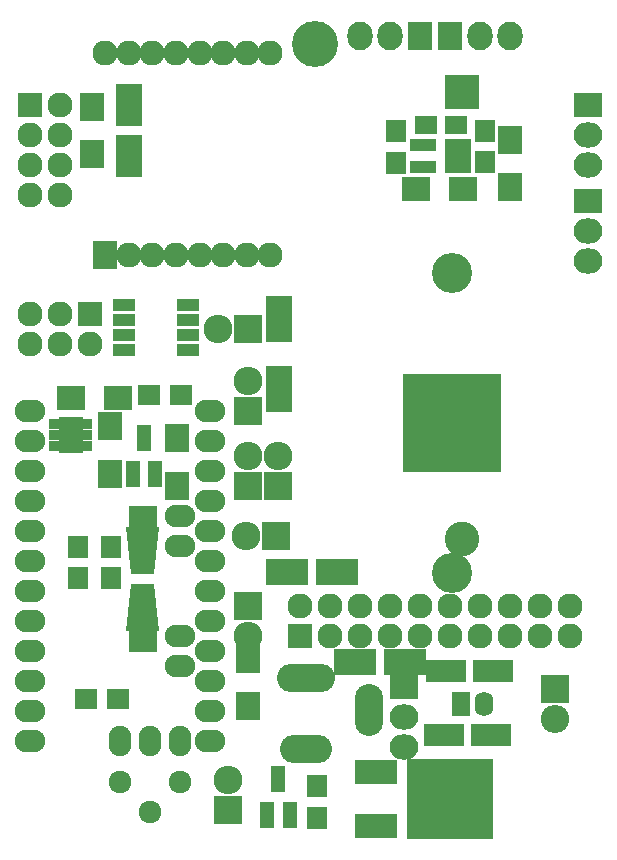
<source format=gbr>
G04 #@! TF.FileFunction,Soldermask,Bot*
%FSLAX46Y46*%
G04 Gerber Fmt 4.6, Leading zero omitted, Abs format (unit mm)*
G04 Created by KiCad (PCBNEW 0.201509101502+6177~30~ubuntu14.04.1-product) date Sat 12 Sep 2015 10:17:21 PM CEST*
%MOMM*%
G01*
G04 APERTURE LIST*
%ADD10C,0.100000*%
%ADD11O,2.398980X2.398980*%
%ADD12R,2.398980X2.398980*%
%ADD13O,2.398980X4.400500*%
%ADD14O,4.400500X2.398980*%
%ADD15O,4.900880X2.398980*%
%ADD16O,2.599640X1.901140*%
%ADD17O,1.901140X2.599640*%
%ADD18O,2.127200X2.127200*%
%ADD19R,2.127200X2.127200*%
%ADD20R,2.200860X1.050000*%
%ADD21R,2.000000X2.400000*%
%ADD22R,2.127200X2.432000*%
%ADD23O,2.127200X2.432000*%
%ADD24R,1.950000X1.000000*%
%ADD25R,1.200100X2.200860*%
%ADD26C,1.924000*%
%ADD27R,1.900000X1.650000*%
%ADD28R,2.432000X2.432000*%
%ADD29O,2.432000X2.432000*%
%ADD30R,2.432000X2.127200*%
%ADD31O,2.432000X2.127200*%
%ADD32R,2.200860X3.549600*%
%ADD33R,3.549600X2.200860*%
%ADD34R,2.400000X2.000000*%
%ADD35R,3.399740X1.901140*%
%ADD36R,2.200860X3.900120*%
%ADD37C,3.900120*%
%ADD38R,1.030000X0.850000*%
%ADD39R,1.250000X1.700000*%
%ADD40R,1.700000X1.900000*%
%ADD41R,1.900000X1.700000*%
%ADD42R,1.598880X2.099260*%
%ADD43O,1.598880X2.099260*%
%ADD44C,3.400000*%
%ADD45R,8.400000X8.400000*%
%ADD46R,3.600400X2.000200*%
%ADD47R,7.400240X6.899860*%
%ADD48R,2.127200X2.400000*%
%ADD49C,2.127200*%
%ADD50R,2.940000X2.940000*%
%ADD51C,2.940000*%
G04 APERTURE END LIST*
D10*
D11*
X46355000Y-59690000D03*
D12*
X46355000Y-57150000D03*
D13*
X30573980Y-58983880D03*
D14*
X25273000Y-62235080D03*
D15*
X25273000Y-56233060D03*
D16*
X14605000Y-52705000D03*
X14605000Y-55245000D03*
X1905000Y-33655000D03*
X1905000Y-36195000D03*
X1905000Y-38735000D03*
X1905000Y-41275000D03*
X1905000Y-43815000D03*
X1905000Y-46355000D03*
X1905000Y-48895000D03*
X1905000Y-51435000D03*
X1905000Y-53975000D03*
X1905000Y-56515000D03*
X1905000Y-59055000D03*
X1905000Y-61595000D03*
X17145000Y-61595000D03*
X17145000Y-59055000D03*
X17145000Y-56515000D03*
X17145000Y-53975000D03*
X17145000Y-51435000D03*
X17145000Y-48895000D03*
X17145000Y-46355000D03*
X17145000Y-43815000D03*
X17145000Y-41275000D03*
X17145000Y-38735000D03*
X17145000Y-36195000D03*
X17145000Y-33655000D03*
X14605000Y-45085000D03*
X14605000Y-42545000D03*
D17*
X14605000Y-61595000D03*
X12065000Y-61595000D03*
X9525000Y-61595000D03*
D18*
X47625000Y-50165000D03*
X47625000Y-52705000D03*
X45085000Y-50165000D03*
X45085000Y-52705000D03*
X42545000Y-50165000D03*
X42545000Y-52705000D03*
X40005000Y-50165000D03*
X40005000Y-52705000D03*
X37465000Y-50165000D03*
X37465000Y-52705000D03*
X34925000Y-50165000D03*
X34925000Y-52705000D03*
D19*
X24765000Y-52705000D03*
D18*
X24765000Y-50165000D03*
X27305000Y-52705000D03*
X27305000Y-50165000D03*
X29845000Y-52705000D03*
X29845000Y-50165000D03*
X32385000Y-52705000D03*
X32385000Y-50165000D03*
D20*
X38100000Y-11115000D03*
X38100000Y-12065000D03*
X38100000Y-13015000D03*
X35160000Y-13015000D03*
X35160000Y-11115000D03*
D21*
X20320000Y-54642000D03*
X20320000Y-58642000D03*
D22*
X34925000Y-1905000D03*
D23*
X32385000Y-1905000D03*
X29845000Y-1905000D03*
D24*
X15273000Y-24638000D03*
X15273000Y-25908000D03*
X15273000Y-27178000D03*
X15273000Y-28448000D03*
X9873000Y-28448000D03*
X9873000Y-27178000D03*
X9873000Y-25908000D03*
X9873000Y-24638000D03*
D25*
X12507000Y-38966140D03*
X10607000Y-38966140D03*
X11557000Y-35963860D03*
D26*
X12065000Y-67564000D03*
X9525000Y-65024000D03*
X14605000Y-65024000D03*
D25*
X23876000Y-67818000D03*
X21976000Y-67818000D03*
X22926000Y-64815720D03*
D19*
X6985000Y-25400000D03*
D18*
X6985000Y-27940000D03*
X4445000Y-25400000D03*
X4445000Y-27940000D03*
X1905000Y-25400000D03*
X1905000Y-27940000D03*
D27*
X35453000Y-9398000D03*
X37953000Y-9398000D03*
D28*
X20320000Y-50165000D03*
D29*
X20320000Y-52705000D03*
D22*
X37465000Y-1905000D03*
D23*
X40005000Y-1905000D03*
X42545000Y-1905000D03*
D28*
X20320000Y-40005000D03*
D29*
X20320000Y-37465000D03*
D28*
X20320000Y-33655000D03*
D29*
X20320000Y-31115000D03*
D28*
X22860000Y-40005000D03*
D29*
X22860000Y-37465000D03*
D28*
X18669000Y-67437000D03*
D29*
X18669000Y-64897000D03*
D28*
X20320000Y-26670000D03*
D29*
X17780000Y-26670000D03*
D30*
X33528000Y-57023000D03*
D31*
X33528000Y-59563000D03*
X33528000Y-62103000D03*
D28*
X22733000Y-44196000D03*
D29*
X20193000Y-44196000D03*
D21*
X14351000Y-39973000D03*
X14351000Y-35973000D03*
X7112000Y-11906000D03*
X7112000Y-7906000D03*
D32*
X10287000Y-12031980D03*
X10287000Y-7780020D03*
D33*
X33655000Y-54864000D03*
X29403040Y-54864000D03*
X27906980Y-47244000D03*
X23655020Y-47244000D03*
D10*
G36*
X12828880Y-52242060D02*
X10031120Y-52242060D01*
X10429900Y-48341940D01*
X12430100Y-48341940D01*
X12828880Y-52242060D01*
X12828880Y-52242060D01*
G37*
G36*
X10031120Y-43515940D02*
X12828880Y-43515940D01*
X12430100Y-47416060D01*
X10429900Y-47416060D01*
X10031120Y-43515940D01*
X10031120Y-43515940D01*
G37*
D12*
X11430000Y-52880260D03*
X11430000Y-42877740D03*
D21*
X8636000Y-38957000D03*
X8636000Y-34957000D03*
D34*
X34576000Y-14859000D03*
X38576000Y-14859000D03*
D21*
X42545000Y-10700000D03*
X42545000Y-14700000D03*
D35*
X40954960Y-61087000D03*
X36957000Y-61087000D03*
X37117020Y-55626000D03*
X41114980Y-55626000D03*
D36*
X22987000Y-25829260D03*
X22987000Y-31828740D03*
D37*
X26035000Y-2540000D03*
D34*
X9366000Y-32512000D03*
X5366000Y-32512000D03*
D38*
X3994000Y-36637000D03*
X3994000Y-35687000D03*
X3994000Y-34737000D03*
X6674000Y-34737000D03*
X6674000Y-35687000D03*
X6674000Y-36637000D03*
D39*
X5759000Y-35037000D03*
X5759000Y-36337000D03*
X4909000Y-35037000D03*
X4909000Y-36337000D03*
D40*
X26162000Y-65372000D03*
X26162000Y-68072000D03*
D41*
X14685000Y-32258000D03*
X11985000Y-32258000D03*
D40*
X40386000Y-9906000D03*
X40386000Y-12606000D03*
X8763000Y-45132000D03*
X8763000Y-47832000D03*
X5969000Y-45132000D03*
X5969000Y-47832000D03*
D41*
X6651000Y-58039000D03*
X9351000Y-58039000D03*
D40*
X32893000Y-12653000D03*
X32893000Y-9953000D03*
D30*
X49149000Y-15875000D03*
D31*
X49149000Y-18415000D03*
X49149000Y-20955000D03*
D30*
X49149000Y-7747000D03*
D31*
X49149000Y-10287000D03*
X49149000Y-12827000D03*
D42*
X38369240Y-58420000D03*
D43*
X40370760Y-58420000D03*
D44*
X37592000Y-21971000D03*
X37592000Y-47371000D03*
D45*
X37592000Y-34671000D03*
D46*
X31229300Y-68785740D03*
X31229300Y-64183260D03*
D47*
X37477700Y-66484500D03*
D48*
X8255000Y-20420000D03*
D49*
X10255000Y-20420000D03*
X12255000Y-20420000D03*
X14255000Y-20420000D03*
X16255000Y-20420000D03*
X18255000Y-20420000D03*
X20255000Y-20420000D03*
X22255000Y-20420000D03*
X22255000Y-3320000D03*
X20255000Y-3320000D03*
X18255000Y-3320000D03*
X16255000Y-3320000D03*
X14255000Y-3320000D03*
X12255000Y-3320000D03*
X10255000Y-3320000D03*
X8255000Y-3320000D03*
D18*
X1905000Y-15367000D03*
X4445000Y-15367000D03*
X1905000Y-12827000D03*
X4445000Y-12827000D03*
X1905000Y-10287000D03*
X4445000Y-10287000D03*
D19*
X1905000Y-7747000D03*
D18*
X4445000Y-7747000D03*
D50*
X38481000Y-6630000D03*
D51*
X38481000Y-44450000D03*
M02*

</source>
